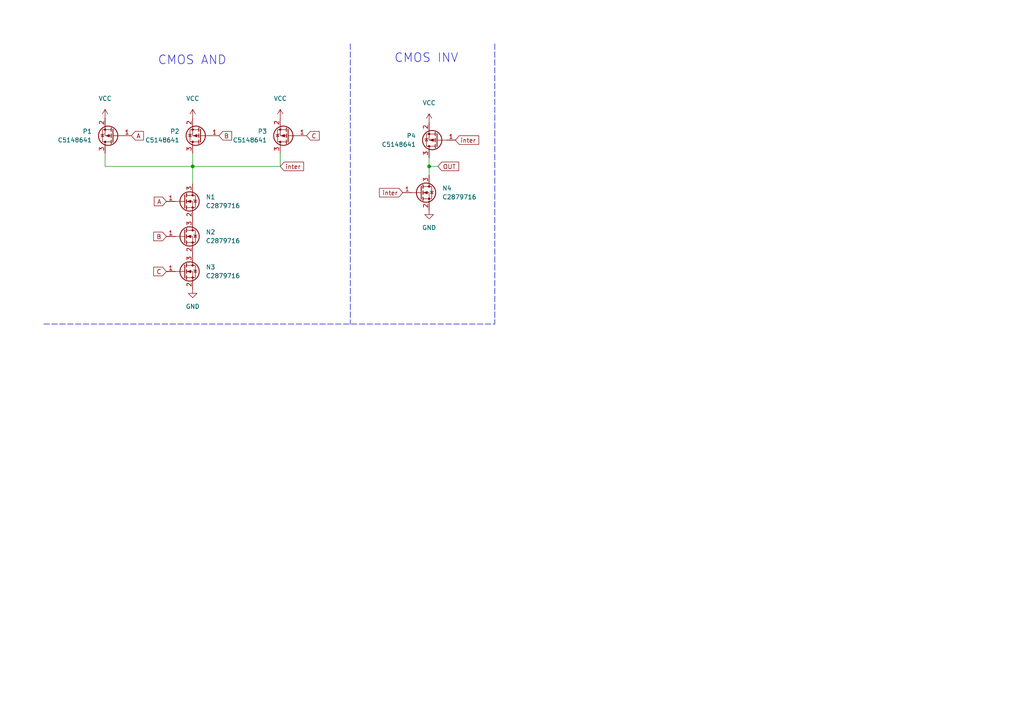
<source format=kicad_sch>
(kicad_sch (version 20211123) (generator eeschema)
  (paper "A4")
  (lib_symbols
    (symbol "Device:Q_NMOS_GSD" (pin_names (offset 0) hide)
      (property "Reference" "Q" (at 5.08 1.27 0))
      (property "Value" "Q_NMOS_GSD" (at 5.08 -1.27 0))
      (symbol "Q_NMOS_GSD_0_1"
        (polyline (pts (xy 0.254 0) (xy -2.54 0)))
        (polyline (pts (xy 0.254 1.905) (xy 0.254 -1.905)) (stroke (width 0.254)))
        (polyline (pts (xy 0.762 -1.27) (xy 0.762 -2.286)) (stroke (width 0.254)))
        (polyline (pts (xy 0.762 0.508) (xy 0.762 -0.508)) (stroke (width 0.254)))
        (polyline (pts (xy 0.762 2.286) (xy 0.762 1.27)) (stroke (width 0.254)))
        (polyline (pts (xy 2.54 2.54) (xy 2.54 1.778)))
        (polyline (pts (xy 2.54 -2.54) (xy 2.54 0) (xy 0.762 0)))
        (polyline (pts (xy 0.762 -1.778) (xy 3.302 -1.778) (xy 3.302 1.778) (xy 0.762 1.778)))
        (polyline (pts (xy 1.016 0) (xy 2.032 0.381) (xy 2.032 -0.381) (xy 1.016 0)) (fill (type outline)))
        (polyline (pts (xy 2.794 0.508) (xy 2.921 0.381) (xy 3.683 0.381) (xy 3.81 0.254)))
        (polyline (pts (xy 3.302 0.381) (xy 2.921 -0.254) (xy 3.683 -0.254) (xy 3.302 0.381)))
        (circle (center 1.651 0) (radius 2.794) (stroke (width 0.254)))
        (circle (center 2.54 -1.778) (radius 0.254) (fill (type outline)))
        (circle (center 2.54 1.778) (radius 0.254) (fill (type outline)))
      )
      (symbol "Q_NMOS_GSD_1_1"
        (pin input line (at -5.08 0 0) (length 2.54) (name "G") (number "1"))
        (pin passive line (at 2.54 -5.08 90) (length 2.54) (name "S") (number "2"))
        (pin passive line (at 2.54 5.08 270) (length 2.54) (name "D") (number "3"))
      )
    )
    (symbol "Device:Q_PMOS_GSD" (pin_names (offset 0) hide)
      (property "Reference" "Q" (at 5.08 1.27 0))
      (property "Value" "Q_PMOS_GSD" (at 5.08 -1.27 0))
      (symbol "Q_PMOS_GSD_0_1"
        (polyline (pts (xy 0.254 0) (xy -2.54 0)))
        (polyline (pts (xy 0.254 1.905) (xy 0.254 -1.905)) (stroke (width 0.254)))
        (polyline (pts (xy 0.762 -1.27) (xy 0.762 -2.286)) (stroke (width 0.254)))
        (polyline (pts (xy 0.762 0.508) (xy 0.762 -0.508)) (stroke (width 0.254)))
        (polyline (pts (xy 0.762 2.286) (xy 0.762 1.27)) (stroke (width 0.254)))
        (polyline (pts (xy 2.54 2.54) (xy 2.54 1.778)))
        (polyline (pts (xy 2.54 -2.54) (xy 2.54 0) (xy 0.762 0)))
        (polyline (pts (xy 0.762 1.778) (xy 3.302 1.778) (xy 3.302 -1.778) (xy 0.762 -1.778)))
        (polyline (pts (xy 2.286 0) (xy 1.27 0.381) (xy 1.27 -0.381) (xy 2.286 0)) (fill (type outline)))
        (polyline (pts (xy 2.794 -0.508) (xy 2.921 -0.381) (xy 3.683 -0.381) (xy 3.81 -0.254)))
        (polyline (pts (xy 3.302 -0.381) (xy 2.921 0.254) (xy 3.683 0.254) (xy 3.302 -0.381)))
        (circle (center 1.651 0) (radius 2.794) (stroke (width 0.254)))
        (circle (center 2.54 -1.778) (radius 0.254) (fill (type outline)))
        (circle (center 2.54 1.778) (radius 0.254) (fill (type outline)))
      )
      (symbol "Q_PMOS_GSD_1_1"
        (pin input line (at -5.08 0 0) (length 2.54) (name "G") (number "1"))
        (pin passive line (at 2.54 -5.08 90) (length 2.54) (name "S") (number "2"))
        (pin passive line (at 2.54 5.08 270) (length 2.54) (name "D") (number "3"))
      )
    )
    (symbol "power:GND" (power) (pin_names (offset 0))
      (property "Value" "GND" (at 0 -3.81 0))
      (symbol "GND_0_1"
        (polyline (pts (xy 0 0) (xy 0 -1.27) (xy 1.27 -1.27) (xy 0 -2.54) (xy -1.27 -1.27) (xy 0 -1.27)))
      )
      (symbol "GND_1_1"
        (pin power_in line (at 0 0 270) (length 0) hide (name "GND") (number "1"))
      )
    )
    (symbol "power:VCC" (power) (pin_names (offset 0))
      (property "Value" "VCC" (at 0 3.81 0))
      (symbol "VCC_0_1"
        (polyline (pts (xy -0.762 1.27) (xy 0 2.54)))
        (polyline (pts (xy 0 0) (xy 0 2.54)))
        (polyline (pts (xy 0 2.54) (xy 0.762 1.27)))
      )
      (symbol "VCC_1_1"
        (pin power_in line (at 0 0 90) (length 0) hide (name "VCC") (number "1"))
      )
    )
  )
  (junction (at 124.46 48.26))
  (junction (at 55.88 48.26))
  (wire (pts (xy 124.46 48.26) (xy 127 48.26)))
  (wire (pts (xy 30.48 48.26) (xy 30.48 44.45)))
  (wire (pts (xy 55.88 48.26) (xy 55.88 53.34)))
  (wire (pts (xy 124.46 45.72) (xy 124.46 48.26)))
  (wire (pts (xy 81.28 48.26) (xy 81.28 44.45)))
  (polyline (pts (xy 12.7 93.98) (xy 143.51 93.98)))
  (wire (pts (xy 55.88 48.26) (xy 81.28 48.26)))
  (wire (pts (xy 55.88 48.26) (xy 55.88 44.45)))
  (polyline (pts (xy 101.6 12.7) (xy 101.6 93.98)))
  (wire (pts (xy 124.46 48.26) (xy 124.46 50.8)))
  (wire (pts (xy 30.48 48.26) (xy 55.88 48.26)))
  (polyline (pts (xy 143.51 12.7) (xy 143.51 93.98)))
  (text "CMOS AND" (at 45.72 19.05 0) (effects (font (size 2.54 2.54)) (justify left bottom)))
  (text "CMOS INV" (at 114.3 18.415 0) (effects (font (size 2.54 2.54)) (justify left bottom)))
  (global_label "A" (shape input) (at 38.1 39.37 0) (property "Intersheet References" "${INTERSHEET_REFS}" (effects hide)))
  (global_label "OUT" (shape input) (at 127 48.26 0) (property "Intersheet References" "${INTERSHEET_REFS}" (effects hide)))
  (global_label "B" (shape input) (at 48.26 68.58 180) (property "Intersheet References" "${INTERSHEET_REFS}" (effects hide)))
  (global_label "inter" (shape input) (at 132.08 40.64 0) (property "Intersheet References" "${INTERSHEET_REFS}" (effects hide)))
  (global_label "B" (shape input) (at 63.5 39.37 0) (property "Intersheet References" "${INTERSHEET_REFS}" (effects hide)))
  (global_label "C" (shape input) (at 88.9 39.37 0) (property "Intersheet References" "${INTERSHEET_REFS}" (effects hide)))
  (global_label "C" (shape input) (at 48.26 78.74 180) (property "Intersheet References" "${INTERSHEET_REFS}" (effects hide)))
  (global_label "inter" (shape input) (at 81.28 48.26 0) (property "Intersheet References" "${INTERSHEET_REFS}" (effects hide)))
  (global_label "inter" (shape input) (at 116.84 55.88 180) (property "Intersheet References" "${INTERSHEET_REFS}" (effects hide)))
  (global_label "A" (shape input) (at 48.26 58.42 180) (property "Intersheet References" "${INTERSHEET_REFS}" (effects hide)))
  (symbol (lib_id "power:VCC") (at 124.46 35.56 0) (unit 1)
    (property "Reference" "#PWR0102" (effects hide))
    (property "Value" "VCC" (at 124.46 29.845 0))
  )
  (symbol (lib_id "Device:Q_NMOS_GSD") (at 121.92 55.88 0) (unit 1)
    (property "Reference" "N4" (at 128.27 54.6099 0) (effects (justify left)))
    (property "Value" "C2879716" (at 128.27 57.1499 0) (effects (justify left)))
    (property "Footprint" "Package_TO_SOT_SMD:SOT-523" (effects hide))
  )
  (symbol (lib_id "Device:Q_NMOS_GSD") (at 53.34 78.74 0) (unit 1)
    (property "Reference" "N3" (at 59.69 77.4699 0) (effects (justify left)))
    (property "Value" "C2879716" (at 59.69 80.0099 0) (effects (justify left)))
    (property "Footprint" "Package_TO_SOT_SMD:SOT-523" (effects hide))
  )
  (symbol (lib_id "Device:Q_NMOS_GSD") (at 53.34 58.42 0) (unit 1)
    (property "Reference" "N1" (at 59.69 57.1499 0) (effects (justify left)))
    (property "Value" "C2879716" (at 59.69 59.6899 0) (effects (justify left)))
    (property "Footprint" "Package_TO_SOT_SMD:SOT-523" (effects hide))
  )
  (symbol (lib_id "Device:Q_PMOS_GSD") (at 127 40.64 180) (unit 1)
    (property "Reference" "P4" (at 120.65 39.3699 0) (effects (justify left)))
    (property "Value" "C5148641" (at 120.65 41.9099 0) (effects (justify left)))
    (property "Footprint" "Package_TO_SOT_SMD:SOT-523" (effects hide))
  )
  (symbol (lib_id "Device:Q_PMOS_GSD") (at 33.02 39.37 180) (unit 1)
    (property "Reference" "P1" (at 26.67 38.0999 0) (effects (justify left)))
    (property "Value" "C5148641" (at 26.67 40.6399 0) (effects (justify left)))
    (property "Footprint" "Package_TO_SOT_SMD:SOT-523" (effects hide))
  )
  (symbol (lib_id "power:VCC") (at 30.48 34.29 0) (unit 1)
    (property "Reference" "#PWR0106" (effects hide))
    (property "Value" "VCC" (at 30.48 28.575 0))
  )
  (symbol (lib_id "Device:Q_PMOS_GSD") (at 83.82 39.37 180) (unit 1)
    (property "Reference" "P3" (at 77.47 38.0999 0) (effects (justify left)))
    (property "Value" "C5148641" (at 77.47 40.6399 0) (effects (justify left)))
    (property "Footprint" "Package_TO_SOT_SMD:SOT-523" (effects hide))
  )
  (symbol (lib_id "power:VCC") (at 81.28 34.29 0) (unit 1)
    (property "Reference" "#PWR0104" (effects hide))
    (property "Value" "VCC" (at 81.28 28.575 0))
  )
  (symbol (lib_id "Device:Q_NMOS_GSD") (at 53.34 68.58 0) (unit 1)
    (property "Reference" "N2" (at 59.69 67.3099 0) (effects (justify left)))
    (property "Value" "C2879716" (at 59.69 69.8499 0) (effects (justify left)))
    (property "Footprint" "Package_TO_SOT_SMD:SOT-523" (effects hide))
  )
  (symbol (lib_id "power:VCC") (at 55.88 34.29 0) (unit 1)
    (property "Reference" "#PWR0105" (effects hide))
    (property "Value" "VCC" (at 55.88 28.575 0))
  )
  (symbol (lib_id "power:GND") (at 124.46 60.96 0) (unit 1)
    (property "Reference" "#PWR0103" (effects hide))
    (property "Value" "GND" (at 124.46 66.04 0))
  )
  (symbol (lib_id "power:GND") (at 55.88 83.82 0) (unit 1)
    (property "Reference" "#PWR0101" (effects hide))
    (property "Value" "GND" (at 55.88 88.9 0))
  )
  (symbol (lib_id "Device:Q_PMOS_GSD") (at 58.42 39.37 180) (unit 1)
    (property "Reference" "P2" (at 52.07 38.0999 0) (effects (justify left)))
    (property "Value" "C5148641" (at 52.07 40.6399 0) (effects (justify left)))
    (property "Footprint" "Package_TO_SOT_SMD:SOT-523" (effects hide))
  )
)
</source>
